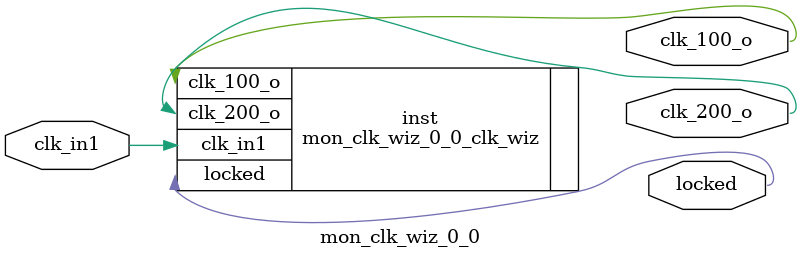
<source format=v>


`timescale 1ps/1ps

(* CORE_GENERATION_INFO = "mon_clk_wiz_0_0,clk_wiz_v5_3_3_0,{component_name=mon_clk_wiz_0_0,use_phase_alignment=true,use_min_o_jitter=false,use_max_i_jitter=false,use_dyn_phase_shift=false,use_inclk_switchover=false,use_dyn_reconfig=false,enable_axi=0,feedback_source=FDBK_AUTO,PRIMITIVE=MMCM,num_out_clk=2,clkin1_period=10.0,clkin2_period=10.0,use_power_down=false,use_reset=false,use_locked=true,use_inclk_stopped=false,feedback_type=SINGLE,CLOCK_MGR_TYPE=NA,manual_override=false}" *)

module mon_clk_wiz_0_0 
 (
  // Clock out ports
  output        clk_100_o,
  output        clk_200_o,
  // Status and control signals
  output        locked,
 // Clock in ports
  input         clk_in1
 );

  mon_clk_wiz_0_0_clk_wiz inst
  (
  // Clock out ports  
  .clk_100_o(clk_100_o),
  .clk_200_o(clk_200_o),
  // Status and control signals               
  .locked(locked),
 // Clock in ports
  .clk_in1(clk_in1)
  );

endmodule

</source>
